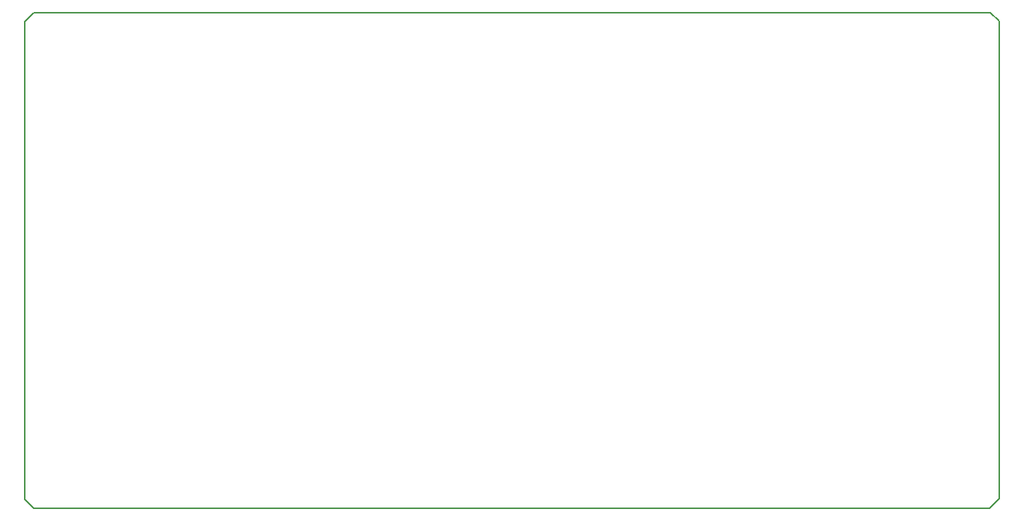
<source format=gbr>
G04 #@! TF.GenerationSoftware,KiCad,Pcbnew,(5.0.0)*
G04 #@! TF.CreationDate,2018-09-27T16:00:16-05:00*
G04 #@! TF.ProjectId,ArduinoBreadBoard,41726475696E6F4272656164426F6172,rev?*
G04 #@! TF.SameCoordinates,Original*
G04 #@! TF.FileFunction,Profile,NP*
%FSLAX46Y46*%
G04 Gerber Fmt 4.6, Leading zero omitted, Abs format (unit mm)*
G04 Created by KiCad (PCBNEW (5.0.0)) date 09/27/18 16:00:16*
%MOMM*%
%LPD*%
G01*
G04 APERTURE LIST*
%ADD10C,0.150000*%
G04 APERTURE END LIST*
D10*
X194818000Y-116586000D02*
X195859400Y-115544600D01*
X194843400Y-60579000D02*
X195859400Y-61544200D01*
X85852000Y-61595000D02*
X86868000Y-60579000D01*
X86842600Y-116586000D02*
X85852000Y-115570000D01*
X85852000Y-115570000D02*
X85852000Y-61595000D01*
X86868000Y-60579000D02*
X194843400Y-60579000D01*
X195859400Y-115544600D02*
X195859400Y-61544200D01*
X86868000Y-116586000D02*
X194818000Y-116586000D01*
M02*

</source>
